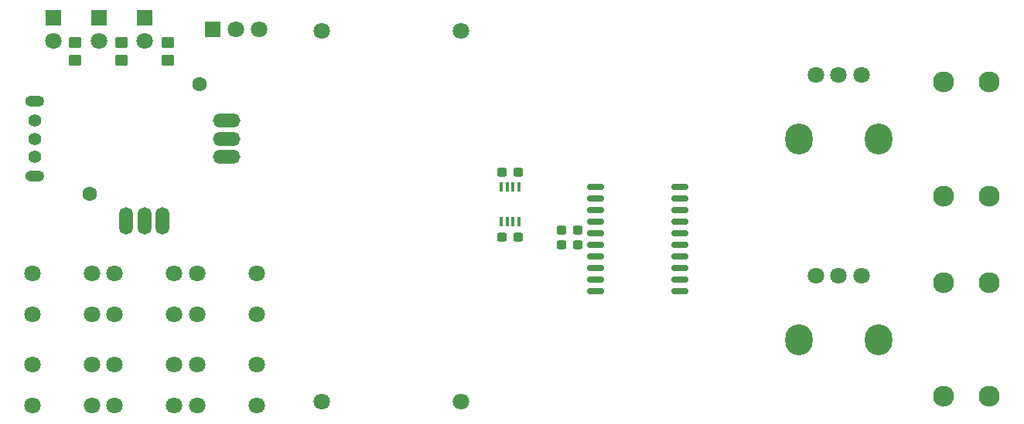
<source format=gbs>
G04 #@! TF.GenerationSoftware,KiCad,Pcbnew,7.0.8*
G04 #@! TF.CreationDate,2024-01-12T01:57:03-08:00*
G04 #@! TF.ProjectId,rc_v1,72635f76-312e-46b6-9963-61645f706362,0*
G04 #@! TF.SameCoordinates,Original*
G04 #@! TF.FileFunction,Soldermask,Bot*
G04 #@! TF.FilePolarity,Negative*
%FSLAX46Y46*%
G04 Gerber Fmt 4.6, Leading zero omitted, Abs format (unit mm)*
G04 Created by KiCad (PCBNEW 7.0.8) date 2024-01-12 01:57:03*
%MOMM*%
%LPD*%
G01*
G04 APERTURE LIST*
G04 Aperture macros list*
%AMRoundRect*
0 Rectangle with rounded corners*
0 $1 Rounding radius*
0 $2 $3 $4 $5 $6 $7 $8 $9 X,Y pos of 4 corners*
0 Add a 4 corners polygon primitive as box body*
4,1,4,$2,$3,$4,$5,$6,$7,$8,$9,$2,$3,0*
0 Add four circle primitives for the rounded corners*
1,1,$1+$1,$2,$3*
1,1,$1+$1,$4,$5*
1,1,$1+$1,$6,$7*
1,1,$1+$1,$8,$9*
0 Add four rect primitives between the rounded corners*
20,1,$1+$1,$2,$3,$4,$5,0*
20,1,$1+$1,$4,$5,$6,$7,0*
20,1,$1+$1,$6,$7,$8,$9,0*
20,1,$1+$1,$8,$9,$2,$3,0*%
G04 Aperture macros list end*
%ADD10C,1.800000*%
%ADD11C,2.300000*%
%ADD12R,1.800000X1.800000*%
%ADD13O,3.000000X3.400000*%
%ADD14C,1.400000*%
%ADD15O,2.100000X1.200000*%
%ADD16C,1.600000*%
%ADD17O,3.000000X1.500000*%
%ADD18O,1.500000X3.000000*%
%ADD19RoundRect,0.237500X0.300000X0.237500X-0.300000X0.237500X-0.300000X-0.237500X0.300000X-0.237500X0*%
%ADD20RoundRect,0.100000X0.100000X0.450000X-0.100000X0.450000X-0.100000X-0.450000X0.100000X-0.450000X0*%
%ADD21RoundRect,0.150000X0.800000X0.150000X-0.800000X0.150000X-0.800000X-0.150000X0.800000X-0.150000X0*%
%ADD22RoundRect,0.250000X-0.450000X0.350000X-0.450000X-0.350000X0.450000X-0.350000X0.450000X0.350000X0*%
%ADD23RoundRect,0.237500X-0.300000X-0.237500X0.300000X-0.237500X0.300000X0.237500X-0.300000X0.237500X0*%
G04 APERTURE END LIST*
D10*
X111750000Y-103750000D03*
X118250000Y-103750000D03*
X111750000Y-108250000D03*
X118250000Y-108250000D03*
D11*
X193500000Y-117250000D03*
X193500000Y-104750000D03*
X198500000Y-117250000D03*
X198500000Y-104750000D03*
X193500000Y-95250000D03*
X193500000Y-82750000D03*
X198500000Y-95250000D03*
X198500000Y-82750000D03*
D12*
X113460000Y-77000000D03*
D10*
X116000000Y-77000000D03*
X118540000Y-77000000D03*
X93750000Y-103750000D03*
X100250000Y-103750000D03*
X93750000Y-108250000D03*
X100250000Y-108250000D03*
D12*
X96000000Y-75730000D03*
D10*
X96000000Y-78270000D03*
X184500000Y-82000000D03*
X182000000Y-82000000D03*
X179500000Y-82000000D03*
D13*
X186400000Y-89000000D03*
X177600000Y-89000000D03*
D10*
X125380000Y-77140000D03*
X125380000Y-117780000D03*
X140620000Y-77140000D03*
X140620000Y-117780000D03*
D14*
X94000000Y-87000000D03*
D15*
X94000000Y-84900000D03*
D14*
X94000000Y-89000000D03*
D15*
X94000000Y-93100000D03*
D14*
X94000000Y-91000000D03*
D10*
X102750000Y-113750000D03*
X109250000Y-113750000D03*
X102750000Y-118250000D03*
X109250000Y-118250000D03*
D16*
X100000000Y-95000000D03*
X112000000Y-83000000D03*
D17*
X115000000Y-87000000D03*
X115000000Y-89000000D03*
X115000000Y-91000000D03*
D18*
X104000000Y-98000000D03*
X106000000Y-98000000D03*
X108000000Y-98000000D03*
D10*
X93750000Y-113750000D03*
X100250000Y-113750000D03*
X93750000Y-118250000D03*
X100250000Y-118250000D03*
D12*
X101000000Y-75730000D03*
D10*
X101000000Y-78270000D03*
X111750000Y-113750000D03*
X118250000Y-113750000D03*
X111750000Y-118250000D03*
X118250000Y-118250000D03*
D12*
X106000000Y-75730000D03*
D10*
X106000000Y-78270000D03*
X102750000Y-103750000D03*
X109250000Y-103750000D03*
X102750000Y-108250000D03*
X109250000Y-108250000D03*
X184500000Y-104000000D03*
X182000000Y-104000000D03*
X179500000Y-104000000D03*
D13*
X186400000Y-111000000D03*
X177600000Y-111000000D03*
D19*
X146892500Y-92634000D03*
X145167500Y-92634000D03*
D20*
X147005000Y-98090000D03*
X146355000Y-98090000D03*
X145705000Y-98090000D03*
X145055000Y-98090000D03*
X145055000Y-94290000D03*
X145705000Y-94290000D03*
X146355000Y-94290000D03*
X147005000Y-94290000D03*
D21*
X164600000Y-94285000D03*
X164600000Y-95555000D03*
X164600000Y-96825000D03*
X164600000Y-98095000D03*
X164600000Y-99365000D03*
X164600000Y-100635000D03*
X164600000Y-101905000D03*
X164600000Y-103175000D03*
X164600000Y-104445000D03*
X164600000Y-105715000D03*
X155400000Y-105715000D03*
X155400000Y-104445000D03*
X155400000Y-103175000D03*
X155400000Y-101905000D03*
X155400000Y-100635000D03*
X155400000Y-99365000D03*
X155400000Y-98095000D03*
X155400000Y-96825000D03*
X155400000Y-95555000D03*
X155400000Y-94285000D03*
D22*
X98405000Y-78410000D03*
X98405000Y-80410000D03*
D23*
X145167500Y-99746000D03*
X146892500Y-99746000D03*
D22*
X103485000Y-78410000D03*
X103485000Y-80410000D03*
D19*
X153396000Y-98984000D03*
X151671000Y-98984000D03*
D22*
X108565000Y-78410000D03*
X108565000Y-80410000D03*
D19*
X153396000Y-100635000D03*
X151671000Y-100635000D03*
M02*

</source>
